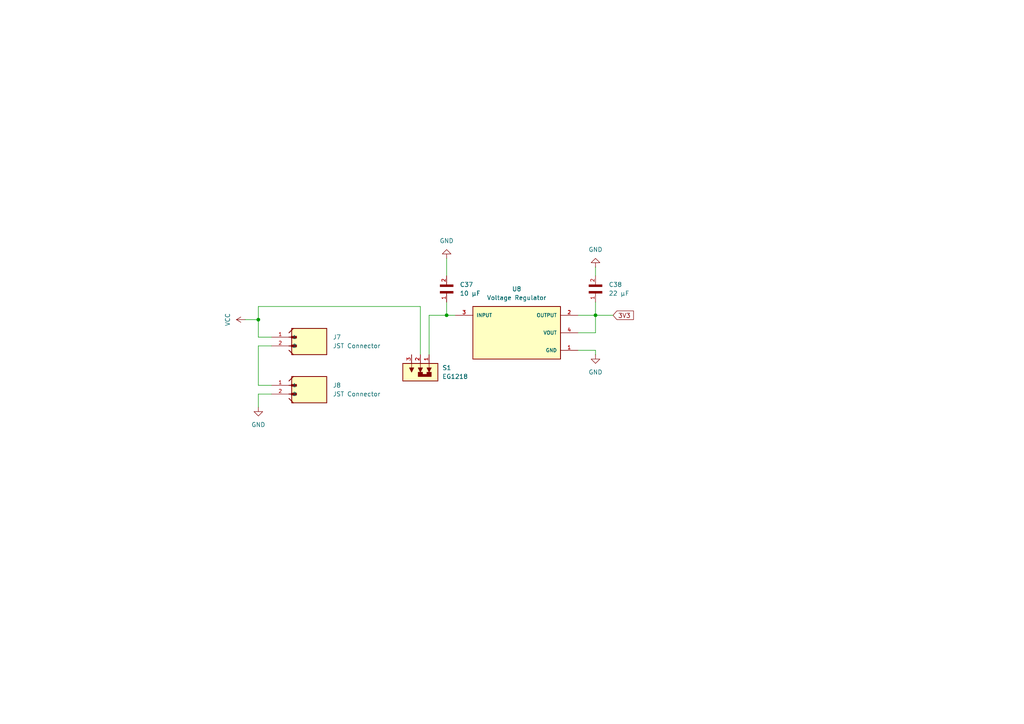
<source format=kicad_sch>
(kicad_sch (version 20250114) (generator "eeschema") (generator_version "9.0")
  (paper "A4")
  (lib_symbols
    (symbol "10µFCapacitor_CL21B106KOQNNNE:CL21B106KOQNNNE" (pin_names (offset 1.016))
      (property "Reference" "C" (at 0 3.8109 0))
      (property "Value" "CL21B106KOQNNNE" (at 0 -5.0885 0))
      (symbol "CL21B106KOQNNNE_0_0"
        (rectangle (start 0 -1.9069) (end 0.635 1.905) (stroke (width 0.1)) (fill (type outline)))
        (rectangle (start 1.9069 -1.9069) (end 2.54 1.905) (stroke (width 0.1)) (fill (type outline)))
        (pin passive line (at -2.54 0 0) (length 2.54) (name "~") (number "1"))
        (pin passive line (at 5.08 0 180) (length 2.54) (name "~") (number "2"))
      )
    )
    (symbol "22µFCapacitor_CL21A226MPQNNNE:CL21A226MPQNNNE" (pin_names (offset 1.016))
      (property "Reference" "C" (at 0 3.8109 0))
      (property "Value" "CL21A226MPQNNNE" (at 0 -5.0885 0))
      (symbol "CL21A226MPQNNNE_0_0"
        (rectangle (start 0 -1.9069) (end 0.635 1.905) (stroke (width 0.1)) (fill (type outline)))
        (rectangle (start 1.9069 -1.9069) (end 2.54 1.905) (stroke (width 0.1)) (fill (type outline)))
        (pin passive line (at -2.54 0 0) (length 2.54) (name "~") (number "1"))
        (pin passive line (at 5.08 0 180) (length 2.54) (name "~") (number "2"))
      )
    )
    (symbol "JSTConnector_B2B-PH-K-S:B2B-PH-K-S" (pin_names (offset 1.016))
      (property "Reference" "J" (at -5.58 5.08 0))
      (property "Value" "B2B-PH-K-S" (at -5.08 -5.08 0))
      (symbol "B2B-PH-K-S_0_0"
        (polyline (pts (xy -5.08 3.81) (xy -3.81 5.08)) (stroke (width 0.254)))
        (polyline (pts (xy -5.08 2.54) (xy -3.175 2.54)) (stroke (width 0.254)))
        (polyline (pts (xy -5.08 0) (xy -3.175 0)) (stroke (width 0.254)))
        (polyline (pts (xy -5.08 -1.27) (xy -3.81 -2.54)) (stroke (width 0.254)))
        (rectangle (start -4.445 2.2225) (end -2.8575 2.8575) (stroke (width 0.1)) (fill (type outline)))
        (rectangle (start -4.445 -0.3175) (end -2.8575 0.3175) (stroke (width 0.1)) (fill (type outline)))
        (rectangle (start -4.2863 -2.54) (end 5.8738 5.08) (stroke (width 0.254)) (fill (type background)))
        (pin passive line (at -10.16 2.54 0) (length 5.08) (name "1") (number "1"))
        (pin passive line (at -10.16 0 0) (length 5.08) (name "2") (number "2"))
      )
    )
    (symbol "Slide_Switch_EG1218:EG1218" (pin_names (offset 1.016))
      (property "Reference" "S" (at -5.08 5.842 0))
      (property "Value" "EG1218" (at -5.08 -7.62 0))
      (symbol "EG1218_0_0"
        (polyline (pts (xy -2.54 2.54) (xy -1.27 2.54)) (stroke (width 0.1524)))
        (polyline (pts (xy -2.54 0) (xy -1.27 0)) (stroke (width 0.1524)))
        (polyline (pts (xy -2.54 -2.54) (xy -1.27 -2.54)) (stroke (width 0.1524)))
        (rectangle (start -2.54 -5.08) (end 2.54 5.08) (stroke (width 0.254)) (fill (type background)))
        (polyline (pts (xy -1.27 3.175) (xy -1.27 1.905) (xy 0 2.54) (xy -1.27 3.175)) (stroke (width 0.1524)) (fill (type outline)))
        (polyline (pts (xy -1.27 0.635) (xy -1.27 -0.635) (xy 0 0) (xy -1.27 0.635)) (stroke (width 0.1524)) (fill (type outline)))
        (polyline (pts (xy -1.27 -1.905) (xy -1.27 -3.175) (xy 0 -2.54) (xy -1.27 -1.905)) (stroke (width 0.1524)) (fill (type outline)))
        (polyline (pts (xy 0 1.905) (xy 0 3.175) (xy 1.27 3.175) (xy 1.27 -0.635) (xy 0 -0.635) (xy 0 0.635) (xy 0.635 0.635) (xy 0.635 1.905) (xy 0 1.905)) (stroke (width 0.1524)) (fill (type outline)))
        (pin passive line (at -5.08 2.54 0) (length 2.54) (name "~") (number "1"))
        (pin passive line (at -5.08 0 0) (length 2.54) (name "~") (number "2"))
        (pin passive line (at -5.08 -2.54 0) (length 2.54) (name "~") (number "3"))
      )
    )
    (symbol "VoltageRegulator_AZ1117IH-3.3TRG1:AZ1117IH-3.3TRG1" (pin_names (offset 1.016))
      (property "Reference" "U" (at -12.7 8.128 0))
      (property "Value" "AZ1117IH-3.3TRG1" (at -12.7 -10.16 0))
      (symbol "AZ1117IH-3.3TRG1_0_0"
        (rectangle (start -12.7 -7.62) (end 12.7 7.62) (stroke (width 0.254)) (fill (type background)))
        (pin input line (at -17.78 5.08 0) (length 5.08) (name "INPUT") (number "3"))
        (pin output line (at 17.78 5.08 180) (length 5.08) (name "OUTPUT") (number "2"))
        (pin output line (at 17.78 0 180) (length 5.08) (name "VOUT") (number "4"))
        (pin power_in line (at 17.78 -5.08 180) (length 5.08) (name "GND") (number "1"))
      )
    )
    (symbol "power:GND" (power) (pin_numbers (hide yes)) (pin_names (offset 0) (hide yes))
      (property "Value" "GND" (at 0 -3.81 0))
      (symbol "GND_0_1"
        (polyline (pts (xy 0 0) (xy 0 -1.27) (xy 1.27 -1.27) (xy 0 -2.54) (xy -1.27 -1.27) (xy 0 -1.27)))
      )
      (symbol "GND_1_1"
        (pin power_in line (at 0 0 270) (length 0) (name "~") (number "1"))
      )
    )
    (symbol "power:VCC" (power) (pin_numbers (hide yes)) (pin_names (offset 0) (hide yes))
      (property "Value" "VCC" (at 0 3.556 0))
      (symbol "VCC_0_1"
        (polyline (pts (xy -0.762 1.27) (xy 0 2.54)))
        (polyline (pts (xy 0 2.54) (xy 0.762 1.27)))
        (polyline (pts (xy 0 0) (xy 0 2.54)))
      )
      (symbol "VCC_1_1"
        (pin power_in line (at 0 0 90) (length 0) (name "~") (number "1"))
      )
    )
  )
  (junction (at 74.93 92.71))
  (junction (at 129.54 91.44))
  (junction (at 172.72 91.44))
  (wire (pts (xy 172.72 77.47) (xy 172.72 80.01)))
  (wire (pts (xy 78.74 100.33) (xy 74.93 100.33)))
  (wire (pts (xy 124.46 91.44) (xy 129.54 91.44)))
  (wire (pts (xy 74.93 88.9) (xy 74.93 92.71)))
  (wire (pts (xy 167.64 101.6) (xy 172.72 101.6)))
  (wire (pts (xy 74.93 114.3) (xy 74.93 118.11)))
  (wire (pts (xy 132.08 91.44) (xy 129.54 91.44)))
  (wire (pts (xy 172.72 101.6) (xy 172.72 102.87)))
  (wire (pts (xy 74.93 111.76) (xy 78.74 111.76)))
  (wire (pts (xy 74.93 92.71) (xy 74.93 97.79)))
  (wire (pts (xy 74.93 88.9) (xy 121.92 88.9)))
  (wire (pts (xy 172.72 91.44) (xy 172.72 96.52)))
  (wire (pts (xy 74.93 100.33) (xy 74.93 111.76)))
  (wire (pts (xy 78.74 114.3) (xy 74.93 114.3)))
  (wire (pts (xy 172.72 91.44) (xy 172.72 87.63)))
  (wire (pts (xy 129.54 87.63) (xy 129.54 91.44)))
  (wire (pts (xy 124.46 91.44) (xy 124.46 102.87)))
  (wire (pts (xy 167.64 91.44) (xy 172.72 91.44)))
  (wire (pts (xy 177.8 91.44) (xy 172.72 91.44)))
  (wire (pts (xy 121.92 88.9) (xy 121.92 102.87)))
  (wire (pts (xy 71.12 92.71) (xy 74.93 92.71)))
  (wire (pts (xy 129.54 74.93) (xy 129.54 80.01)))
  (wire (pts (xy 172.72 96.52) (xy 167.64 96.52)))
  (wire (pts (xy 74.93 97.79) (xy 78.74 97.79)))
  (global_label "3V3" (shape input) (at 177.8 91.44 0) (property "Intersheetrefs" "${INTERSHEET_REFS}" (effects (hide yes))))
  (symbol (lib_id "JSTConnector_B2B-PH-K-S:B2B-PH-K-S") (at 88.9 114.3 0) (unit 1)
    (property "Reference" "J8" (at 96.52 111.7599 0) (effects (justify left)))
    (property "Value" "JST Connector" (at 96.52 114.2999 0) (effects (justify left)))
    (property "Footprint" "B2B_PH_K_S:JST_B2B-PH-K-S" (effects (hide yes)))
    (property "MANUFACTURER" "JST" (effects (hide yes)))
  )
  (symbol (lib_id "10µFCapacitor_CL21B106KOQNNNE:CL21B106KOQNNNE") (at 129.54 85.09 90) (unit 1)
    (property "Reference" "C37" (at 133.35 82.5499 90) (effects (justify right)))
    (property "Value" "10 µF" (at 133.35 85.0899 90) (effects (justify right)))
    (property "Footprint" "CL21B106KOQNNNE:CAPC2012X140N" (effects (hide yes)))
    (property "E_max" "1.4" (effects (hide yes)))
    (property "L_max" "0.7" (effects (hide yes)))
    (property "A_max" "1.4" (effects (hide yes)))
    (property "L1_nom" "0.5" (effects (hide yes)))
    (property "D_max" "2.15" (effects (hide yes)))
    (property "A_nom" "1.4" (effects (hide yes)))
    (property "L1_max" "0.7" (effects (hide yes)))
    (property "L1_min" "0.2" (effects (hide yes)))
    (property "A_min" "1.4" (effects (hide yes)))
    (property "E_min" "1.1" (effects (hide yes)))
    (property "D_min" "1.85" (effects (hide yes)))
    (property "D_nom" "2.0" (effects (hide yes)))
    (property "E_nom" "1.25" (effects (hide yes)))
    (property "STANDARD" "IPC 7351B" (effects (hide yes)))
    (property "L_min" "0.2" (effects (hide yes)))
    (property "L_nom" "0.5" (effects (hide yes)))
    (property "MANUFACTURER" "Samsung Electro-Mechanics" (effects (hide yes)))
  )
  (symbol (lib_id "power:GND") (at 172.72 77.47 180) (unit 1)
    (property "Reference" "#PWR016" (effects (hide yes)))
    (property "Value" "GND" (at 172.72 72.39 0))
    (property "Description" "Power symbol creates a global label with name \"GND\" , ground" (effects (hide yes)))
  )
  (symbol (lib_id "VoltageRegulator_AZ1117IH-3.3TRG1:AZ1117IH-3.3TRG1") (at 149.86 96.52 0) (unit 1)
    (property "Reference" "U8" (at 149.86 83.82 0))
    (property "Value" "Voltage Regulator" (at 149.86 86.36 0))
    (property "Footprint" "AZ1117IH-3.3TRG1:SOT230P700X185-4N" (effects (hide yes)))
    (property "MF" "Diodes Inc." (effects (hide yes)))
    (property "SNAPEDA_PACKAGE_ID" "6532" (effects (hide yes)))
    (property "MAXIMUM_PACKAGE_HEIGHT" "1.85 mm" (effects (hide yes)))
    (property "Price" "None" (effects (hide yes)))
    (property "Package" "SOT-223 Diodes Inc." (effects (hide yes)))
    (property "Check_prices" "https://www.snapeda.com/parts/AZ1117IH-3.3TRG1/Diodes+Inc./view-part/?ref=eda" (effects (hide yes)))
    (property "STANDARD" "IPC 7351B" (effects (hide yes)))
    (property "PARTREV" "2-2" (effects (hide yes)))
    (property "SnapEDA_Link" "https://www.snapeda.com/parts/AZ1117IH-3.3TRG1/Diodes+Inc./view-part/?ref=snap" (effects (hide yes)))
    (property "MP" "AZ1117IH-3.3TRG1" (effects (hide yes)))
    (property "Description_1" "Linear Voltage Regulator IC Positive Fixed 1 Output  1A SOT-223-3" (effects (hide yes)))
    (property "MANUFACTURER" "Diodes Inc." (effects (hide yes)))
    (property "Availability" "In Stock" (effects (hide yes)))
    (property "SNAPEDA_PN" "AZ1117IH-3.3TRG1" (effects (hide yes)))
  )
  (symbol (lib_id "Slide_Switch_EG1218:EG1218") (at 121.92 107.95 270) (unit 1)
    (property "Reference" "S1" (at 128.27 106.6799 90) (effects (justify left)))
    (property "Value" "EG1218" (at 128.27 109.2199 90) (effects (justify left)))
    (property "Footprint" "EG1218:SW_EG1218" (effects (hide yes)))
    (property "DigiKey_Part_Number" "EG1903-ND" (effects (hide yes)))
    (property "MF" "E-Switch" (effects (hide yes)))
    (property "DESCRIPTION" "Slide Switch SPDT Through Hole" (effects (hide yes)))
    (property "PACKAGE" "None" (effects (hide yes)))
    (property "PRICE" "None" (effects (hide yes)))
    (property "Package" "None" (effects (hide yes)))
    (property "Check_prices" "https://www.snapeda.com/parts/EG1218/E-Switch/view-part/?ref=eda" (effects (hide yes)))
    (property "SnapEDA_Link" "https://www.snapeda.com/parts/EG1218/E-Switch/view-part/?ref=snap" (effects (hide yes)))
    (property "MP" "EG1218" (effects (hide yes)))
    (property "Description_1" "Slide Switch, EG Series, SPDT, Non-Shorting, ON-ON, 200mA DC, 30VDC, PC Pin | E-Switch EG1218" (effects (hide yes)))
    (property "AVAILABILITY" "In Stock" (effects (hide yes)))
    (property "PURCHASE-URL" "https://pricing.snapeda.com/search/part/EG1218/?ref=eda" (effects (hide yes)))
  )
  (symbol (lib_id "power:VCC") (at 71.12 92.71 90) (unit 1)
    (property "Reference" "#PWR012" (effects (hide yes)))
    (property "Value" "VCC" (at 66.04 92.71 0))
    (property "Description" "Power symbol creates a global label with name \"VCC\"" (effects (hide yes)))
  )
  (symbol (lib_id "JSTConnector_B2B-PH-K-S:B2B-PH-K-S") (at 88.9 100.33 0) (unit 1)
    (property "Reference" "J7" (at 96.52 97.7899 0) (effects (justify left)))
    (property "Value" "JST Connector" (at 96.52 100.3299 0) (effects (justify left)))
    (property "Footprint" "B2B_PH_K_S:JST_B2B-PH-K-S" (effects (hide yes)))
    (property "MANUFACTURER" "JST" (effects (hide yes)))
  )
  (symbol (lib_id "power:GND") (at 129.54 74.93 0) (mirror x) (unit 1)
    (property "Reference" "#PWR014" (effects (hide yes)))
    (property "Value" "GND" (at 129.54 69.85 0))
    (property "Description" "Power symbol creates a global label with name \"GND\" , ground" (effects (hide yes)))
  )
  (symbol (lib_id "22µFCapacitor_CL21A226MPQNNNE:CL21A226MPQNNNE") (at 172.72 85.09 90) (unit 1)
    (property "Reference" "C38" (at 176.53 82.5499 90) (effects (justify right)))
    (property "Value" "22 µF" (at 176.53 85.0899 90) (effects (justify right)))
    (property "Footprint" "CL21A226MPQNNNE:CAPC2012X140N" (effects (hide yes)))
    (property "E_max" "1.4" (effects (hide yes)))
    (property "L_max" "0.7" (effects (hide yes)))
    (property "A_max" "1.4" (effects (hide yes)))
    (property "L1_nom" "0.5" (effects (hide yes)))
    (property "D_max" "2.15" (effects (hide yes)))
    (property "A_nom" "1.4" (effects (hide yes)))
    (property "L1_max" "0.7" (effects (hide yes)))
    (property "L1_min" "0.2" (effects (hide yes)))
    (property "A_min" "1.4" (effects (hide yes)))
    (property "E_min" "1.1" (effects (hide yes)))
    (property "D_min" "1.85" (effects (hide yes)))
    (property "D_nom" "2.0" (effects (hide yes)))
    (property "E_nom" "1.25" (effects (hide yes)))
    (property "STANDARD" "IPC 7351B" (effects (hide yes)))
    (property "L_min" "0.2" (effects (hide yes)))
    (property "L_nom" "0.5" (effects (hide yes)))
    (property "MANUFACTURER" "Samsung Electro-Mechanics" (effects (hide yes)))
  )
  (symbol (lib_id "power:GND") (at 172.72 102.87 0) (unit 1)
    (property "Reference" "#PWR017" (effects (hide yes)))
    (property "Value" "GND" (at 172.72 107.95 0))
    (property "Description" "Power symbol creates a global label with name \"GND\" , ground" (effects (hide yes)))
  )
  (symbol (lib_id "power:GND") (at 74.93 118.11 0) (unit 1)
    (property "Reference" "#PWR013" (effects (hide yes)))
    (property "Value" "GND" (at 74.93 123.19 0))
    (property "Description" "Power symbol creates a global label with name \"GND\" , ground" (effects (hide yes)))
  )
)
</source>
